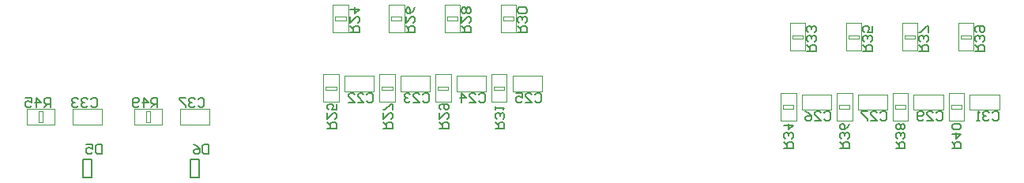
<source format=gbo>
G04 Layer_Color=32896*
%FSLAX42Y42*%
%MOMM*%
G71*
G01*
G75*
%ADD30C,0.20*%
%ADD31C,0.10*%
D30*
X-397Y-1505D02*
X-302D01*
X-302Y-1305D02*
X-302Y-1505D01*
X-397Y-1305D02*
X-302D01*
X-397Y-1505D02*
Y-1305D01*
X753Y-1505D02*
X848D01*
X848Y-1305D01*
X753D02*
X848D01*
X753Y-1505D02*
Y-1305D01*
X2643Y-612D02*
X2660Y-595D01*
X2693D01*
X2710Y-612D01*
Y-678D01*
X2693Y-695D01*
X2660D01*
X2643Y-678D01*
X2543Y-695D02*
X2610D01*
X2543Y-628D01*
Y-612D01*
X2560Y-595D01*
X2593D01*
X2610Y-612D01*
X2443Y-695D02*
X2510D01*
X2443Y-628D01*
Y-612D01*
X2460Y-595D01*
X2493D01*
X2510Y-612D01*
X3243Y-612D02*
X3260Y-595D01*
X3293D01*
X3310Y-612D01*
Y-678D01*
X3293Y-695D01*
X3260D01*
X3243Y-678D01*
X3143Y-695D02*
X3210D01*
X3143Y-628D01*
Y-612D01*
X3160Y-595D01*
X3193D01*
X3210Y-612D01*
X3110D02*
X3093Y-595D01*
X3060D01*
X3043Y-612D01*
Y-628D01*
X3060Y-645D01*
X3077D01*
X3060D01*
X3043Y-662D01*
Y-678D01*
X3060Y-695D01*
X3093D01*
X3110Y-678D01*
X3843Y-612D02*
X3860Y-595D01*
X3893D01*
X3910Y-612D01*
Y-678D01*
X3893Y-695D01*
X3860D01*
X3843Y-678D01*
X3743Y-695D02*
X3810D01*
X3743Y-628D01*
Y-612D01*
X3760Y-595D01*
X3793D01*
X3810Y-612D01*
X3660Y-695D02*
Y-595D01*
X3710Y-645D01*
X3643D01*
X4443Y-612D02*
X4460Y-595D01*
X4493D01*
X4510Y-612D01*
Y-678D01*
X4493Y-695D01*
X4460D01*
X4443Y-678D01*
X4343Y-695D02*
X4410D01*
X4343Y-628D01*
Y-612D01*
X4360Y-595D01*
X4393D01*
X4410Y-612D01*
X4243Y-595D02*
X4310D01*
Y-645D01*
X4277Y-628D01*
X4260D01*
X4243Y-645D01*
Y-678D01*
X4260Y-695D01*
X4293D01*
X4310Y-678D01*
X7543Y-812D02*
X7560Y-795D01*
X7593D01*
X7610Y-812D01*
Y-878D01*
X7593Y-895D01*
X7560D01*
X7543Y-878D01*
X7443Y-895D02*
X7510D01*
X7443Y-828D01*
Y-812D01*
X7460Y-795D01*
X7493D01*
X7510Y-812D01*
X7343Y-795D02*
X7377Y-812D01*
X7410Y-845D01*
Y-878D01*
X7393Y-895D01*
X7360D01*
X7343Y-878D01*
Y-862D01*
X7360Y-845D01*
X7410D01*
X8143Y-812D02*
X8160Y-795D01*
X8193D01*
X8210Y-812D01*
Y-878D01*
X8193Y-895D01*
X8160D01*
X8143Y-878D01*
X8043Y-895D02*
X8110D01*
X8043Y-828D01*
Y-812D01*
X8060Y-795D01*
X8093D01*
X8110Y-812D01*
X8010Y-795D02*
X7943D01*
Y-812D01*
X8010Y-878D01*
Y-895D01*
X8743Y-812D02*
X8760Y-795D01*
X8793D01*
X8810Y-812D01*
Y-878D01*
X8793Y-895D01*
X8760D01*
X8743Y-878D01*
X8643Y-895D02*
X8710D01*
X8643Y-828D01*
Y-812D01*
X8660Y-795D01*
X8693D01*
X8710Y-812D01*
X8610Y-878D02*
X8593Y-895D01*
X8560D01*
X8543Y-878D01*
Y-812D01*
X8560Y-795D01*
X8593D01*
X8610Y-812D01*
Y-828D01*
X8593Y-845D01*
X8543D01*
X9343Y-812D02*
X9360Y-795D01*
X9393D01*
X9410Y-812D01*
Y-878D01*
X9393Y-895D01*
X9360D01*
X9343Y-878D01*
X9310Y-812D02*
X9293Y-795D01*
X9260D01*
X9243Y-812D01*
Y-828D01*
X9260Y-845D01*
X9277D01*
X9260D01*
X9243Y-862D01*
Y-878D01*
X9260Y-895D01*
X9293D01*
X9310Y-878D01*
X9210Y-895D02*
X9177D01*
X9193D01*
Y-795D01*
X9210Y-812D01*
X-317Y-667D02*
X-300Y-650D01*
X-267D01*
X-250Y-667D01*
Y-733D01*
X-267Y-750D01*
X-300D01*
X-317Y-733D01*
X-350Y-667D02*
X-367Y-650D01*
X-400D01*
X-417Y-667D01*
Y-683D01*
X-400Y-700D01*
X-383D01*
X-400D01*
X-417Y-717D01*
Y-733D01*
X-400Y-750D01*
X-367D01*
X-350Y-733D01*
X-450Y-667D02*
X-467Y-650D01*
X-500D01*
X-517Y-667D01*
Y-683D01*
X-500Y-700D01*
X-483D01*
X-500D01*
X-517Y-717D01*
Y-733D01*
X-500Y-750D01*
X-467D01*
X-450Y-733D01*
X833Y-667D02*
X850Y-650D01*
X883D01*
X900Y-667D01*
Y-733D01*
X883Y-750D01*
X850D01*
X833Y-733D01*
X800Y-667D02*
X783Y-650D01*
X750D01*
X733Y-667D01*
Y-683D01*
X750Y-700D01*
X767D01*
X750D01*
X733Y-717D01*
Y-733D01*
X750Y-750D01*
X783D01*
X800Y-733D01*
X700Y-650D02*
X633D01*
Y-667D01*
X700Y-733D01*
Y-750D01*
X-200Y-1150D02*
Y-1250D01*
X-250D01*
X-267Y-1233D01*
Y-1167D01*
X-250Y-1150D01*
X-200D01*
X-367D02*
X-300D01*
Y-1200D01*
X-333Y-1183D01*
X-350D01*
X-367Y-1200D01*
Y-1233D01*
X-350Y-1250D01*
X-317D01*
X-300Y-1233D01*
X950Y-1150D02*
Y-1250D01*
X900D01*
X883Y-1233D01*
Y-1167D01*
X900Y-1150D01*
X950D01*
X783D02*
X817Y-1167D01*
X850Y-1200D01*
Y-1233D01*
X833Y-1250D01*
X800D01*
X783Y-1233D01*
Y-1217D01*
X800Y-1200D01*
X850D01*
X2460Y55D02*
X2560D01*
Y105D01*
X2543Y122D01*
X2510D01*
X2493Y105D01*
Y55D01*
Y88D02*
X2460Y122D01*
Y222D02*
Y155D01*
X2527Y222D01*
X2543D01*
X2560Y205D01*
Y172D01*
X2543Y155D01*
X2460Y305D02*
X2560D01*
X2510Y255D01*
Y322D01*
X2217Y-977D02*
X2317D01*
Y-928D01*
X2301Y-911D01*
X2267D01*
X2251Y-928D01*
Y-977D01*
Y-944D02*
X2217Y-911D01*
Y-811D02*
Y-878D01*
X2284Y-811D01*
X2301D01*
X2317Y-828D01*
Y-861D01*
X2301Y-878D01*
X2317Y-711D02*
Y-778D01*
X2267D01*
X2284Y-744D01*
Y-728D01*
X2267Y-711D01*
X2234D01*
X2217Y-728D01*
Y-761D01*
X2234Y-778D01*
X3060Y55D02*
X3160D01*
Y105D01*
X3143Y122D01*
X3110D01*
X3093Y105D01*
Y55D01*
Y88D02*
X3060Y122D01*
Y222D02*
Y155D01*
X3127Y222D01*
X3143D01*
X3160Y205D01*
Y172D01*
X3143Y155D01*
X3160Y322D02*
X3143Y288D01*
X3110Y255D01*
X3077D01*
X3060Y272D01*
Y305D01*
X3077Y322D01*
X3093D01*
X3110Y305D01*
Y255D01*
X2817Y-977D02*
X2917D01*
Y-928D01*
X2901Y-911D01*
X2867D01*
X2851Y-928D01*
Y-977D01*
Y-944D02*
X2817Y-911D01*
Y-811D02*
Y-878D01*
X2884Y-811D01*
X2901D01*
X2917Y-828D01*
Y-861D01*
X2901Y-878D01*
X2917Y-778D02*
Y-711D01*
X2901D01*
X2834Y-778D01*
X2817D01*
X3660Y55D02*
X3760D01*
Y105D01*
X3743Y122D01*
X3710D01*
X3693Y105D01*
Y55D01*
Y88D02*
X3660Y122D01*
Y222D02*
Y155D01*
X3727Y222D01*
X3743D01*
X3760Y205D01*
Y172D01*
X3743Y155D01*
Y255D02*
X3760Y272D01*
Y305D01*
X3743Y322D01*
X3727D01*
X3710Y305D01*
X3693Y322D01*
X3677D01*
X3660Y305D01*
Y272D01*
X3677Y255D01*
X3693D01*
X3710Y272D01*
X3727Y255D01*
X3743D01*
X3710Y272D02*
Y305D01*
X3417Y-977D02*
X3517D01*
Y-928D01*
X3501Y-911D01*
X3467D01*
X3451Y-928D01*
Y-977D01*
Y-944D02*
X3417Y-911D01*
Y-811D02*
Y-878D01*
X3484Y-811D01*
X3501D01*
X3517Y-828D01*
Y-861D01*
X3501Y-878D01*
X3434Y-778D02*
X3417Y-761D01*
Y-728D01*
X3434Y-711D01*
X3501D01*
X3517Y-728D01*
Y-761D01*
X3501Y-778D01*
X3484D01*
X3467Y-761D01*
Y-711D01*
X4260Y55D02*
X4360D01*
Y105D01*
X4343Y122D01*
X4310D01*
X4293Y105D01*
Y55D01*
Y88D02*
X4260Y122D01*
X4343Y155D02*
X4360Y172D01*
Y205D01*
X4343Y222D01*
X4327D01*
X4310Y205D01*
Y188D01*
Y205D01*
X4293Y222D01*
X4277D01*
X4260Y205D01*
Y172D01*
X4277Y155D01*
X4343Y255D02*
X4360Y272D01*
Y305D01*
X4343Y322D01*
X4277D01*
X4260Y305D01*
Y272D01*
X4277Y255D01*
X4343D01*
X4017Y-977D02*
X4117D01*
Y-928D01*
X4101Y-911D01*
X4067D01*
X4051Y-928D01*
Y-977D01*
Y-944D02*
X4017Y-911D01*
X4101Y-878D02*
X4117Y-861D01*
Y-828D01*
X4101Y-811D01*
X4084D01*
X4067Y-828D01*
Y-844D01*
Y-828D01*
X4051Y-811D01*
X4034D01*
X4017Y-828D01*
Y-861D01*
X4034Y-878D01*
X4017Y-778D02*
Y-744D01*
Y-761D01*
X4117D01*
X4101Y-778D01*
X7360Y-145D02*
X7460D01*
Y-95D01*
X7443Y-78D01*
X7410D01*
X7393Y-95D01*
Y-145D01*
Y-112D02*
X7360Y-78D01*
X7443Y-45D02*
X7460Y-28D01*
Y5D01*
X7443Y22D01*
X7427D01*
X7410Y5D01*
Y-12D01*
Y5D01*
X7393Y22D01*
X7377D01*
X7360Y5D01*
Y-28D01*
X7377Y-45D01*
X7443Y55D02*
X7460Y72D01*
Y105D01*
X7443Y122D01*
X7427D01*
X7410Y105D01*
Y88D01*
Y105D01*
X7393Y122D01*
X7377D01*
X7360Y105D01*
Y72D01*
X7377Y55D01*
X7110Y-1190D02*
X7210D01*
Y-1140D01*
X7193Y-1123D01*
X7160D01*
X7143Y-1140D01*
Y-1190D01*
Y-1157D02*
X7110Y-1123D01*
X7193Y-1090D02*
X7210Y-1073D01*
Y-1040D01*
X7193Y-1023D01*
X7177D01*
X7160Y-1040D01*
Y-1057D01*
Y-1040D01*
X7143Y-1023D01*
X7127D01*
X7110Y-1040D01*
Y-1073D01*
X7127Y-1090D01*
X7110Y-940D02*
X7210D01*
X7160Y-990D01*
Y-923D01*
X7960Y-145D02*
X8060D01*
Y-95D01*
X8043Y-78D01*
X8010D01*
X7993Y-95D01*
Y-145D01*
Y-112D02*
X7960Y-78D01*
X8043Y-45D02*
X8060Y-28D01*
Y5D01*
X8043Y22D01*
X8027D01*
X8010Y5D01*
Y-12D01*
Y5D01*
X7993Y22D01*
X7977D01*
X7960Y5D01*
Y-28D01*
X7977Y-45D01*
X8060Y122D02*
Y55D01*
X8010D01*
X8027Y88D01*
Y105D01*
X8010Y122D01*
X7977D01*
X7960Y105D01*
Y72D01*
X7977Y55D01*
X7710Y-1190D02*
X7810D01*
Y-1140D01*
X7793Y-1123D01*
X7760D01*
X7743Y-1140D01*
Y-1190D01*
Y-1157D02*
X7710Y-1123D01*
X7793Y-1090D02*
X7810Y-1073D01*
Y-1040D01*
X7793Y-1023D01*
X7777D01*
X7760Y-1040D01*
Y-1057D01*
Y-1040D01*
X7743Y-1023D01*
X7727D01*
X7710Y-1040D01*
Y-1073D01*
X7727Y-1090D01*
X7810Y-923D02*
X7793Y-957D01*
X7760Y-990D01*
X7727D01*
X7710Y-973D01*
Y-940D01*
X7727Y-923D01*
X7743D01*
X7760Y-940D01*
Y-990D01*
X8560Y-145D02*
X8660D01*
Y-95D01*
X8643Y-78D01*
X8610D01*
X8593Y-95D01*
Y-145D01*
Y-112D02*
X8560Y-78D01*
X8643Y-45D02*
X8660Y-28D01*
Y5D01*
X8643Y22D01*
X8627D01*
X8610Y5D01*
Y-12D01*
Y5D01*
X8593Y22D01*
X8577D01*
X8560Y5D01*
Y-28D01*
X8577Y-45D01*
X8660Y55D02*
Y122D01*
X8643D01*
X8577Y55D01*
X8560D01*
X8310Y-1190D02*
X8410D01*
Y-1140D01*
X8393Y-1123D01*
X8360D01*
X8343Y-1140D01*
Y-1190D01*
Y-1157D02*
X8310Y-1123D01*
X8393Y-1090D02*
X8410Y-1073D01*
Y-1040D01*
X8393Y-1023D01*
X8377D01*
X8360Y-1040D01*
Y-1057D01*
Y-1040D01*
X8343Y-1023D01*
X8327D01*
X8310Y-1040D01*
Y-1073D01*
X8327Y-1090D01*
X8393Y-990D02*
X8410Y-973D01*
Y-940D01*
X8393Y-923D01*
X8377D01*
X8360Y-940D01*
X8343Y-923D01*
X8327D01*
X8310Y-940D01*
Y-973D01*
X8327Y-990D01*
X8343D01*
X8360Y-973D01*
X8377Y-990D01*
X8393D01*
X8360Y-973D02*
Y-940D01*
X9160Y-145D02*
X9260D01*
Y-95D01*
X9243Y-78D01*
X9210D01*
X9193Y-95D01*
Y-145D01*
Y-112D02*
X9160Y-78D01*
X9243Y-45D02*
X9260Y-28D01*
Y5D01*
X9243Y22D01*
X9227D01*
X9210Y5D01*
Y-12D01*
Y5D01*
X9193Y22D01*
X9177D01*
X9160Y5D01*
Y-28D01*
X9177Y-45D01*
Y55D02*
X9160Y72D01*
Y105D01*
X9177Y122D01*
X9243D01*
X9260Y105D01*
Y72D01*
X9243Y55D01*
X9227D01*
X9210Y72D01*
Y122D01*
X8910Y-1190D02*
X9010D01*
Y-1140D01*
X8993Y-1123D01*
X8960D01*
X8943Y-1140D01*
Y-1190D01*
Y-1157D02*
X8910Y-1123D01*
Y-1040D02*
X9010D01*
X8960Y-1090D01*
Y-1023D01*
X8993Y-990D02*
X9010Y-973D01*
Y-940D01*
X8993Y-923D01*
X8927D01*
X8910Y-940D01*
Y-973D01*
X8927Y-990D01*
X8993D01*
X-750Y-750D02*
Y-650D01*
X-800D01*
X-817Y-667D01*
Y-700D01*
X-800Y-717D01*
X-750D01*
X-783D02*
X-817Y-750D01*
X-900D02*
Y-650D01*
X-850Y-700D01*
X-917D01*
X-1017Y-650D02*
X-950D01*
Y-700D01*
X-983Y-683D01*
X-1000D01*
X-1017Y-700D01*
Y-733D01*
X-1000Y-750D01*
X-967D01*
X-950Y-733D01*
X400Y-750D02*
Y-650D01*
X350D01*
X333Y-667D01*
Y-700D01*
X350Y-717D01*
X400D01*
X367D02*
X333Y-750D01*
X250D02*
Y-650D01*
X300Y-700D01*
X233D01*
X200Y-733D02*
X183Y-750D01*
X150D01*
X133Y-733D01*
Y-667D01*
X150Y-650D01*
X183D01*
X200Y-667D01*
Y-683D01*
X183Y-700D01*
X133D01*
D31*
X2718Y-577D02*
Y-412D01*
X2403Y-577D02*
X2718D01*
X2403Y-412D02*
X2718D01*
X2403Y-577D02*
Y-412D01*
X3317Y-578D02*
Y-412D01*
X3002Y-578D02*
X3317D01*
X3002Y-412D02*
X3317D01*
X3002Y-578D02*
Y-412D01*
X3917Y-577D02*
Y-412D01*
X3603Y-577D02*
X3917D01*
X3603Y-412D02*
X3917D01*
X3603Y-577D02*
Y-412D01*
X4517Y-577D02*
Y-412D01*
X4203Y-577D02*
X4517D01*
X4203Y-412D02*
X4517D01*
X4203Y-577D02*
Y-412D01*
X7618Y-777D02*
Y-612D01*
X7303Y-777D02*
X7618D01*
X7303Y-612D02*
X7618D01*
X7303Y-777D02*
Y-612D01*
X8218Y-777D02*
Y-612D01*
X7903Y-777D02*
X8218D01*
X7903Y-612D02*
X8218D01*
X7903Y-777D02*
Y-612D01*
X8818Y-777D02*
Y-612D01*
X8503Y-777D02*
X8818D01*
X8503Y-612D02*
X8818D01*
X8503Y-777D02*
Y-612D01*
X9418Y-777D02*
Y-612D01*
X9103Y-777D02*
X9418D01*
X9103Y-612D02*
X9418D01*
X9103Y-777D02*
Y-612D01*
X-192Y-932D02*
Y-768D01*
X-507Y-932D02*
X-192D01*
X-507Y-768D02*
X-192D01*
X-507Y-932D02*
Y-768D01*
X957Y-932D02*
Y-768D01*
X643Y-932D02*
X957D01*
X643Y-768D02*
X957D01*
X643Y-932D02*
Y-768D01*
X2278Y353D02*
X2443D01*
Y58D02*
Y353D01*
X2278Y58D02*
Y353D01*
Y58D02*
X2443D01*
X2304Y225D02*
X2416D01*
X2304Y185D02*
Y225D01*
Y185D02*
X2416D01*
Y225D01*
X2177Y-693D02*
X2342D01*
X2177D02*
Y-397D01*
X2342Y-693D02*
Y-397D01*
X2177D02*
X2342D01*
X2204Y-565D02*
X2316D01*
Y-525D01*
X2204D02*
X2316D01*
X2204Y-565D02*
Y-525D01*
X2878Y353D02*
X3043D01*
Y58D02*
Y353D01*
X2878Y58D02*
Y353D01*
Y58D02*
X3043D01*
X2904Y225D02*
X3016D01*
X2904Y185D02*
Y225D01*
Y185D02*
X3016D01*
Y225D01*
X2777Y-693D02*
X2942D01*
X2777D02*
Y-397D01*
X2942Y-693D02*
Y-397D01*
X2777D02*
X2942D01*
X2804Y-565D02*
X2916D01*
Y-525D01*
X2804D02*
X2916D01*
X2804Y-565D02*
Y-525D01*
X3478Y353D02*
X3642D01*
Y58D02*
Y353D01*
X3478Y58D02*
Y353D01*
Y58D02*
X3642D01*
X3504Y225D02*
X3616D01*
X3504Y185D02*
Y225D01*
Y185D02*
X3616D01*
Y225D01*
X3378Y-692D02*
X3542D01*
X3378D02*
Y-397D01*
X3542Y-692D02*
Y-397D01*
X3378D02*
X3542D01*
X3404Y-565D02*
X3516D01*
Y-525D01*
X3404D02*
X3516D01*
X3404Y-565D02*
Y-525D01*
X4078Y353D02*
X4243D01*
X4242Y58D02*
X4243Y353D01*
X4078Y58D02*
Y353D01*
Y58D02*
X4242D01*
X4104Y225D02*
X4216D01*
X4104Y185D02*
Y225D01*
Y185D02*
X4216D01*
Y225D01*
X3978Y-692D02*
X4143D01*
X3978D02*
Y-397D01*
X4143Y-692D02*
Y-397D01*
X3978D02*
X4143D01*
X4004Y-565D02*
X4116D01*
Y-525D01*
X4004D02*
X4116D01*
X4004Y-565D02*
Y-525D01*
X7178Y153D02*
X7343D01*
Y-142D02*
Y153D01*
X7178D02*
X7178Y-142D01*
X7343D01*
X7204Y25D02*
X7316D01*
X7204Y-15D02*
Y25D01*
Y-15D02*
X7316D01*
Y25D01*
X7078Y-892D02*
X7243D01*
X7078D02*
Y-597D01*
X7243Y-892D02*
Y-597D01*
X7078D02*
X7243D01*
X7104Y-765D02*
X7216D01*
Y-725D01*
X7104D02*
X7216D01*
X7104Y-765D02*
Y-725D01*
X7778Y153D02*
X7943D01*
X7943Y-142D02*
X7943Y153D01*
X7778Y-142D02*
Y153D01*
Y-142D02*
X7943D01*
X7804Y25D02*
X7916D01*
X7804Y-15D02*
Y25D01*
Y-15D02*
X7916D01*
Y25D01*
X7678Y-892D02*
X7843D01*
X7678D02*
Y-597D01*
X7843Y-892D02*
Y-597D01*
X7678D02*
X7843D01*
X7704Y-765D02*
X7816D01*
Y-725D01*
X7704D02*
X7816D01*
X7704Y-765D02*
Y-725D01*
X8378Y153D02*
X8543D01*
Y-142D02*
Y153D01*
X8378Y-142D02*
Y153D01*
Y-142D02*
X8543D01*
X8404Y25D02*
X8516D01*
X8404Y-15D02*
Y25D01*
Y-15D02*
X8516D01*
Y25D01*
X8278Y-892D02*
X8443D01*
X8278D02*
X8278Y-597D01*
X8443D02*
X8443Y-892D01*
X8278Y-597D02*
X8443D01*
X8304Y-765D02*
X8416D01*
Y-725D01*
X8304D02*
X8416D01*
X8304Y-765D02*
Y-725D01*
X8978Y153D02*
X9143D01*
Y-142D02*
Y153D01*
X8978D02*
X8978Y-142D01*
X9143D01*
X9004Y25D02*
X9116D01*
X9004Y-15D02*
Y25D01*
Y-15D02*
X9116D01*
Y25D01*
X8878Y-892D02*
X9043D01*
X8878Y-597D02*
X8878Y-892D01*
X9043D02*
Y-597D01*
X8878Y-597D02*
X9043Y-597D01*
X8904Y-765D02*
X9016D01*
Y-725D01*
X8904D02*
X9016D01*
X8904Y-765D02*
Y-725D01*
X-703Y-932D02*
Y-768D01*
X-998Y-932D02*
X-703Y-932D01*
X-998Y-768D02*
X-703Y-768D01*
X-998Y-932D02*
Y-768D01*
X-830Y-906D02*
Y-794D01*
X-870D02*
X-830D01*
X-870Y-906D02*
Y-794D01*
Y-906D02*
X-830D01*
X447Y-932D02*
X447Y-768D01*
X152Y-932D02*
X447Y-932D01*
X152Y-768D02*
X447D01*
X152Y-932D02*
Y-768D01*
X320Y-906D02*
Y-794D01*
X280Y-794D02*
X320Y-794D01*
X280Y-794D02*
X280Y-906D01*
X320D01*
M02*

</source>
